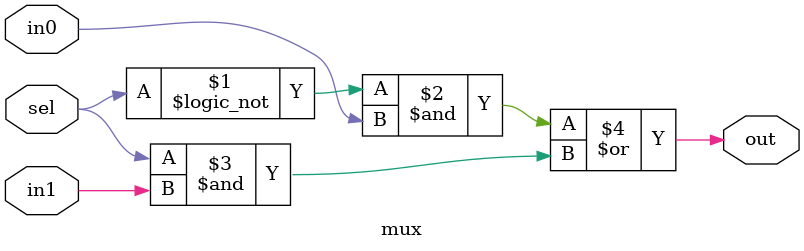
<source format=v>

module mux(sel, in0, in1, out);
    input    sel;
    input    in0;
    input    in1;
    output   out;
    
    assign out = ((!sel & in0) | (sel & in1));
endmodule

</source>
